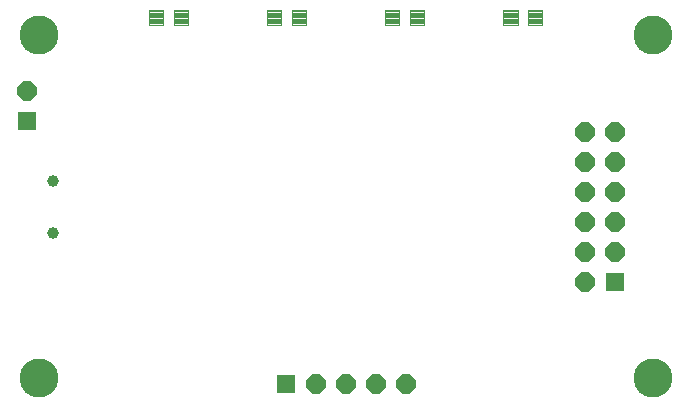
<source format=gbs>
G75*
G70*
%OFA0B0*%
%FSLAX24Y24*%
%IPPOS*%
%LPD*%
%AMOC8*
5,1,8,0,0,1.08239X$1,22.5*
%
%ADD10C,0.0041*%
%ADD11C,0.0394*%
%ADD12R,0.0640X0.0640*%
%ADD13OC8,0.0640*%
%ADD14C,0.1300*%
D10*
X010122Y017943D02*
X010122Y018415D01*
X010122Y017943D02*
X009650Y017943D01*
X009650Y018415D01*
X010122Y018415D01*
X010122Y017983D02*
X009650Y017983D01*
X009650Y018023D02*
X010122Y018023D01*
X010122Y018063D02*
X009650Y018063D01*
X009650Y018103D02*
X010122Y018103D01*
X010122Y018143D02*
X009650Y018143D01*
X009650Y018183D02*
X010122Y018183D01*
X010122Y018223D02*
X009650Y018223D01*
X009650Y018263D02*
X010122Y018263D01*
X010122Y018303D02*
X009650Y018303D01*
X009650Y018343D02*
X010122Y018343D01*
X010122Y018383D02*
X009650Y018383D01*
X010949Y018415D02*
X010949Y017943D01*
X010477Y017943D01*
X010477Y018415D01*
X010949Y018415D01*
X010949Y017983D02*
X010477Y017983D01*
X010477Y018023D02*
X010949Y018023D01*
X010949Y018063D02*
X010477Y018063D01*
X010477Y018103D02*
X010949Y018103D01*
X010949Y018143D02*
X010477Y018143D01*
X010477Y018183D02*
X010949Y018183D01*
X010949Y018223D02*
X010477Y018223D01*
X010477Y018263D02*
X010949Y018263D01*
X010949Y018303D02*
X010477Y018303D01*
X010477Y018343D02*
X010949Y018343D01*
X010949Y018383D02*
X010477Y018383D01*
X014059Y018415D02*
X014059Y017943D01*
X013587Y017943D01*
X013587Y018415D01*
X014059Y018415D01*
X014059Y017983D02*
X013587Y017983D01*
X013587Y018023D02*
X014059Y018023D01*
X014059Y018063D02*
X013587Y018063D01*
X013587Y018103D02*
X014059Y018103D01*
X014059Y018143D02*
X013587Y018143D01*
X013587Y018183D02*
X014059Y018183D01*
X014059Y018223D02*
X013587Y018223D01*
X013587Y018263D02*
X014059Y018263D01*
X014059Y018303D02*
X013587Y018303D01*
X013587Y018343D02*
X014059Y018343D01*
X014059Y018383D02*
X013587Y018383D01*
X014886Y018415D02*
X014886Y017943D01*
X014414Y017943D01*
X014414Y018415D01*
X014886Y018415D01*
X014886Y017983D02*
X014414Y017983D01*
X014414Y018023D02*
X014886Y018023D01*
X014886Y018063D02*
X014414Y018063D01*
X014414Y018103D02*
X014886Y018103D01*
X014886Y018143D02*
X014414Y018143D01*
X014414Y018183D02*
X014886Y018183D01*
X014886Y018223D02*
X014414Y018223D01*
X014414Y018263D02*
X014886Y018263D01*
X014886Y018303D02*
X014414Y018303D01*
X014414Y018343D02*
X014886Y018343D01*
X014886Y018383D02*
X014414Y018383D01*
X017996Y018415D02*
X017996Y017943D01*
X017524Y017943D01*
X017524Y018415D01*
X017996Y018415D01*
X017996Y017983D02*
X017524Y017983D01*
X017524Y018023D02*
X017996Y018023D01*
X017996Y018063D02*
X017524Y018063D01*
X017524Y018103D02*
X017996Y018103D01*
X017996Y018143D02*
X017524Y018143D01*
X017524Y018183D02*
X017996Y018183D01*
X017996Y018223D02*
X017524Y018223D01*
X017524Y018263D02*
X017996Y018263D01*
X017996Y018303D02*
X017524Y018303D01*
X017524Y018343D02*
X017996Y018343D01*
X017996Y018383D02*
X017524Y018383D01*
X018823Y018415D02*
X018823Y017943D01*
X018351Y017943D01*
X018351Y018415D01*
X018823Y018415D01*
X018823Y017983D02*
X018351Y017983D01*
X018351Y018023D02*
X018823Y018023D01*
X018823Y018063D02*
X018351Y018063D01*
X018351Y018103D02*
X018823Y018103D01*
X018823Y018143D02*
X018351Y018143D01*
X018351Y018183D02*
X018823Y018183D01*
X018823Y018223D02*
X018351Y018223D01*
X018351Y018263D02*
X018823Y018263D01*
X018823Y018303D02*
X018351Y018303D01*
X018351Y018343D02*
X018823Y018343D01*
X018823Y018383D02*
X018351Y018383D01*
X021933Y018415D02*
X021933Y017943D01*
X021461Y017943D01*
X021461Y018415D01*
X021933Y018415D01*
X021933Y017983D02*
X021461Y017983D01*
X021461Y018023D02*
X021933Y018023D01*
X021933Y018063D02*
X021461Y018063D01*
X021461Y018103D02*
X021933Y018103D01*
X021933Y018143D02*
X021461Y018143D01*
X021461Y018183D02*
X021933Y018183D01*
X021933Y018223D02*
X021461Y018223D01*
X021461Y018263D02*
X021933Y018263D01*
X021933Y018303D02*
X021461Y018303D01*
X021461Y018343D02*
X021933Y018343D01*
X021933Y018383D02*
X021461Y018383D01*
X022760Y018415D02*
X022760Y017943D01*
X022288Y017943D01*
X022288Y018415D01*
X022760Y018415D01*
X022760Y017983D02*
X022288Y017983D01*
X022288Y018023D02*
X022760Y018023D01*
X022760Y018063D02*
X022288Y018063D01*
X022288Y018103D02*
X022760Y018103D01*
X022760Y018143D02*
X022288Y018143D01*
X022288Y018183D02*
X022760Y018183D01*
X022760Y018223D02*
X022288Y018223D01*
X022288Y018263D02*
X022760Y018263D01*
X022760Y018303D02*
X022288Y018303D01*
X022288Y018343D02*
X022760Y018343D01*
X022760Y018383D02*
X022288Y018383D01*
D11*
X006461Y012746D03*
X006461Y011013D03*
D12*
X005575Y014726D03*
X014205Y005974D03*
X025170Y009379D03*
D13*
X024170Y009379D03*
X024170Y010379D03*
X025170Y010379D03*
X025170Y011379D03*
X024170Y011379D03*
X024170Y012379D03*
X025170Y012379D03*
X025170Y013379D03*
X024170Y013379D03*
X024170Y014379D03*
X025170Y014379D03*
X018205Y005974D03*
X017205Y005974D03*
X016205Y005974D03*
X015205Y005974D03*
X005575Y015726D03*
D14*
X005969Y006171D03*
X005969Y017588D03*
X026442Y017588D03*
X026442Y006171D03*
M02*

</source>
